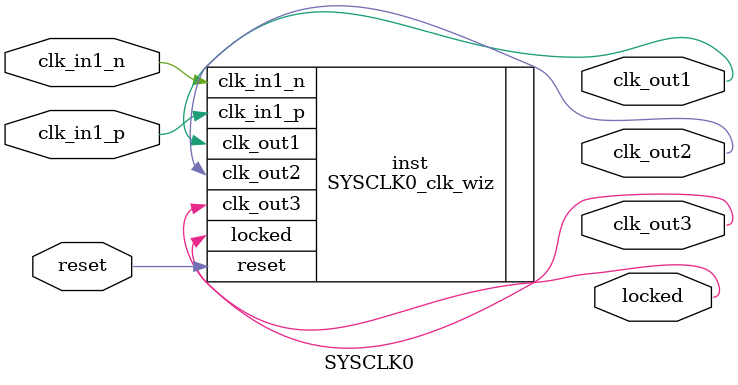
<source format=v>


`timescale 1ps/1ps

(* CORE_GENERATION_INFO = "SYSCLK0,clk_wiz_v6_0_4_0_0,{component_name=SYSCLK0,use_phase_alignment=true,use_min_o_jitter=false,use_max_i_jitter=false,use_dyn_phase_shift=false,use_inclk_switchover=false,use_dyn_reconfig=false,enable_axi=0,feedback_source=FDBK_AUTO,PRIMITIVE=MMCM,num_out_clk=3,clkin1_period=12.500,clkin2_period=10.0,use_power_down=false,use_reset=true,use_locked=true,use_inclk_stopped=false,feedback_type=SINGLE,CLOCK_MGR_TYPE=NA,manual_override=false}" *)

module SYSCLK0 
 (
  // Clock out ports
  output        clk_out1,
  output        clk_out2,
  output        clk_out3,
  // Status and control signals
  input         reset,
  output        locked,
 // Clock in ports
  input         clk_in1_p,
  input         clk_in1_n
 );

  SYSCLK0_clk_wiz inst
  (
  // Clock out ports  
  .clk_out1(clk_out1),
  .clk_out2(clk_out2),
  .clk_out3(clk_out3),
  // Status and control signals               
  .reset(reset), 
  .locked(locked),
 // Clock in ports
  .clk_in1_p(clk_in1_p),
  .clk_in1_n(clk_in1_n)
  );

endmodule

</source>
